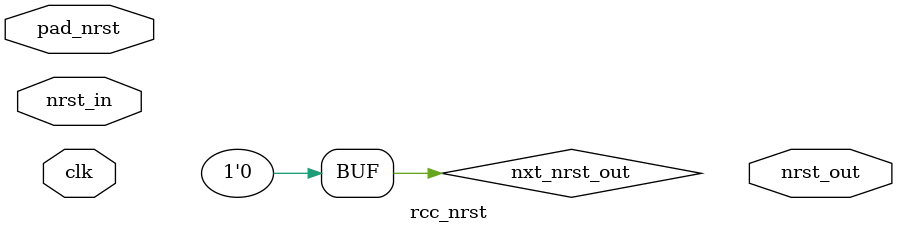
<source format=v>
module rcc_nrst #(
    parameter NRST_PULSE_WIDTH = 400
) (
    input  clk,
    input  pad_nrst,  //active high
    input  nrst_in,   //active high
    output nrst_out   //active high
);
  localparam CNT_WD = $clog2(NRST_PULSE_WIDTH);
  wire              nrst_in_n;
  wire [CNT_WD-1:0] cur_count;
  wire [CNT_WD-1:0] nxt_count;
  wire [CNT_WD-1:0] count_en;
  wire              cur_nrst_out;
  wire              nxt_nrst_out;
  wire              nrst_out_en;

  assign nrst_in_n    = ~nrst_in;

  //================================================================
  // PAD NRST generation
  // reset pulse width 20us at least , assume that hse is 20MHz , so we need 400 cycles
  //================================================================
  assign nxt_nrst_out = 1'b0;
  assign nrst_out_en  = (cur_count == NRST_PULSE_WIDTH);

  BB_dfflr #(
      .DW     (1),
      .RST_VAL(0)
  ) u_nrst_out_dfflr (
      .clk  (clk),
      .rst_n(nrst_in_n),
      .en   (nrst_out_en),
      .din  (nxt_nrst_out),
      .dout (cur_nrst_out)
  );

  assign nxt_count = cur_count + 1;
  assign count_en  = (cur_count != NRST_PULSE_WIDTH);
  BB_dfflr #(
      .DW     (CNT_WD),
      .RST_VAL(0)
  ) u_count_dfflr (
      .clk  (clk),
      .rst_n(nrst_in_n),
      .en   (count_en),
      .din  (nxt_count),
      .dout (cur_count)
  );





endmodule

</source>
